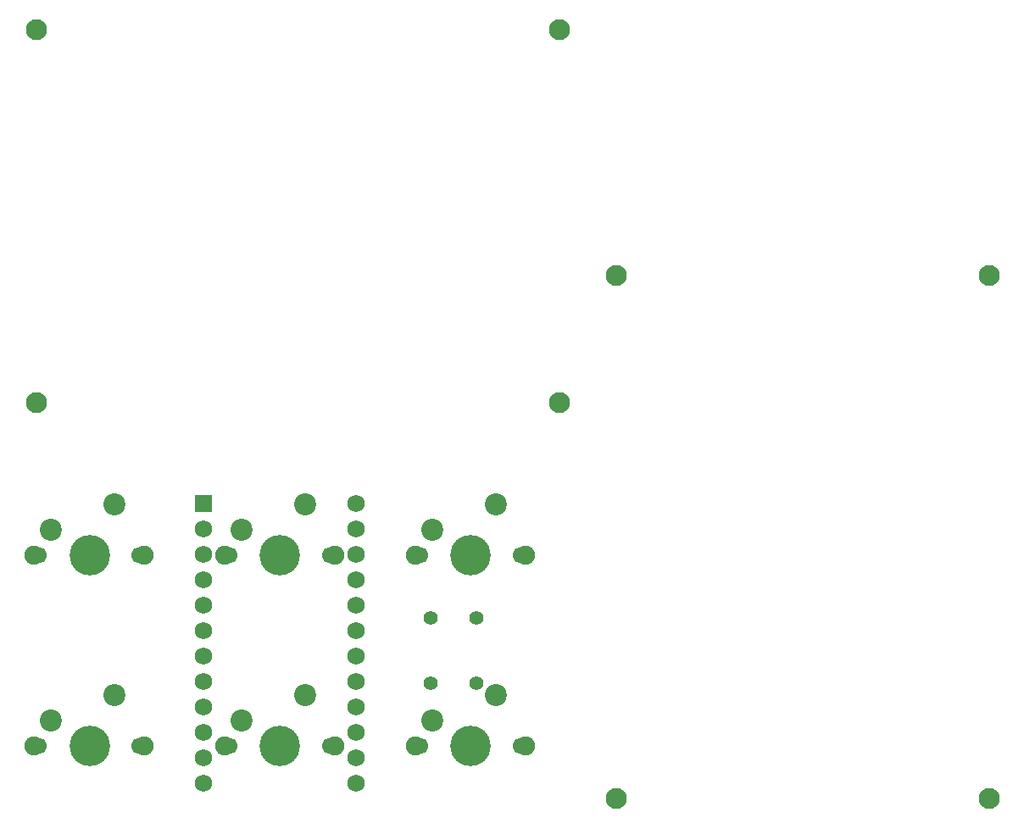
<source format=gbr>
%TF.GenerationSoftware,Altium Limited,Altium Designer,20.1.12 (249)*%
G04 Layer_Color=255*
%FSLAX26Y26*%
%MOIN*%
%TF.SameCoordinates,9E99BA8B-9897-4C81-AE0E-6E9FF3DC4262*%
%TF.FilePolarity,Positive*%
%TF.FileFunction,Pads,Top*%
%TF.Part,Single*%
G01*
G75*
%TA.AperFunction,ViaPad*%
%ADD11C,0.082677*%
%TA.AperFunction,ComponentPad*%
%ADD12C,0.055118*%
%ADD13C,0.066929*%
%ADD14C,0.074803*%
%ADD15C,0.086614*%
%ADD16C,0.159449*%
%ADD17C,0.069016*%
%ADD18R,0.069016X0.069016*%
D11*
X2378937Y96457D02*
D03*
Y2153543D02*
D03*
X3845472D02*
D03*
Y96457D02*
D03*
D03*
D03*
X2155512Y3120079D02*
D03*
D03*
D03*
X98425D02*
D03*
Y1653543D02*
D03*
X2155512D02*
D03*
D12*
X1828819Y549213D02*
D03*
X1647716D02*
D03*
X1828819Y809055D02*
D03*
X1647716D02*
D03*
D13*
X506099Y304803D02*
D03*
X106099D02*
D03*
X506099Y1054016D02*
D03*
X106099D02*
D03*
X1255548Y303779D02*
D03*
X855548D02*
D03*
X1255312Y1054016D02*
D03*
X855312D02*
D03*
X2004760Y303779D02*
D03*
X1604760D02*
D03*
X2004524Y1054016D02*
D03*
X1604524D02*
D03*
D14*
X522634Y304803D02*
D03*
X89170D02*
D03*
X522634Y1054016D02*
D03*
X89170D02*
D03*
X1272083Y303779D02*
D03*
X838619D02*
D03*
X1271847Y1054016D02*
D03*
X838383D02*
D03*
X2021296Y303779D02*
D03*
X1587831D02*
D03*
X2021060Y1054016D02*
D03*
X1587595D02*
D03*
D15*
X407083Y504803D02*
D03*
X157083Y404803D02*
D03*
X407083Y1254016D02*
D03*
X157083Y1154016D02*
D03*
X1156532Y503779D02*
D03*
X906532Y403779D02*
D03*
X1156296Y1254016D02*
D03*
X906296Y1154016D02*
D03*
X1905745Y503779D02*
D03*
X1655745Y403779D02*
D03*
X1905508Y1254016D02*
D03*
X1655508Y1154016D02*
D03*
D16*
X307674Y305394D02*
D03*
Y1054606D02*
D03*
X1057123Y304370D02*
D03*
X1056887Y1054606D02*
D03*
X1806335Y304370D02*
D03*
X1806099Y1054606D02*
D03*
D17*
X1355315Y1055906D02*
D03*
Y255905D02*
D03*
Y655905D02*
D03*
Y155905D02*
D03*
Y455906D02*
D03*
Y355906D02*
D03*
Y855905D02*
D03*
Y755905D02*
D03*
Y1155906D02*
D03*
Y955905D02*
D03*
Y1255906D02*
D03*
Y555905D02*
D03*
X755315Y255905D02*
D03*
Y655905D02*
D03*
Y1055906D02*
D03*
Y155905D02*
D03*
Y455906D02*
D03*
Y355906D02*
D03*
Y855905D02*
D03*
Y755905D02*
D03*
Y955905D02*
D03*
Y1155906D02*
D03*
Y555905D02*
D03*
D18*
Y1255906D02*
D03*
%TF.MD5,5b3b9bb8c72f025f3dd6bbb132c502be*%
M02*

</source>
